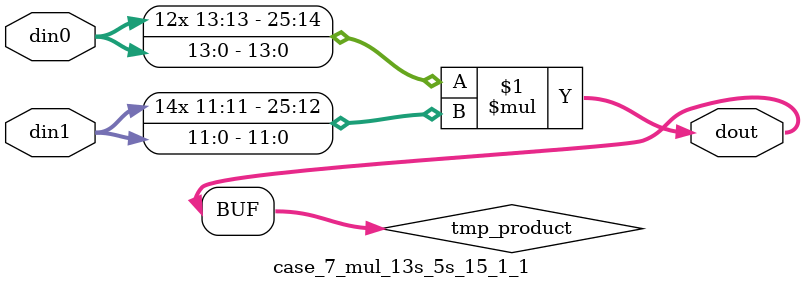
<source format=v>

`timescale 1 ns / 1 ps

 module case_7_mul_13s_5s_15_1_1(din0, din1, dout);
parameter ID = 1;
parameter NUM_STAGE = 0;
parameter din0_WIDTH = 14;
parameter din1_WIDTH = 12;
parameter dout_WIDTH = 26;

input [din0_WIDTH - 1 : 0] din0; 
input [din1_WIDTH - 1 : 0] din1; 
output [dout_WIDTH - 1 : 0] dout;

wire signed [dout_WIDTH - 1 : 0] tmp_product;



























assign tmp_product = $signed(din0) * $signed(din1);








assign dout = tmp_product;





















endmodule

</source>
